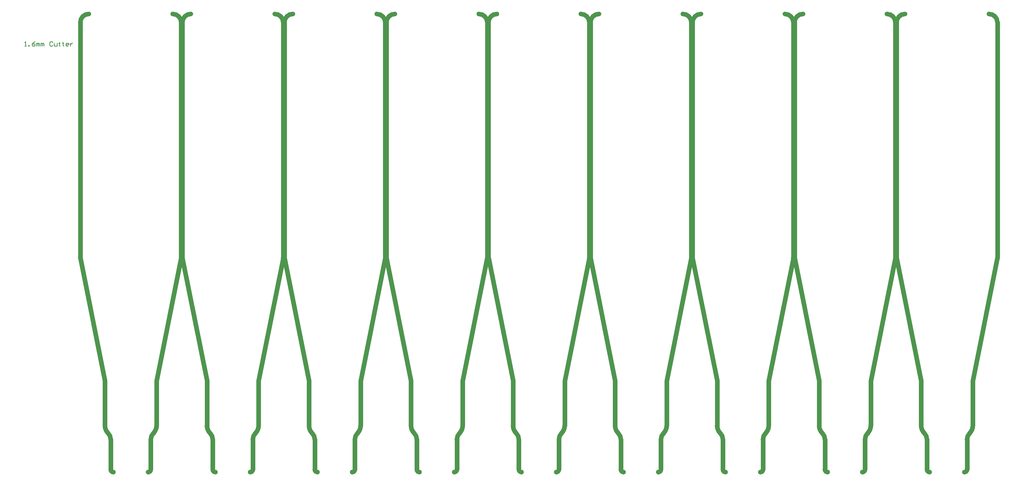
<source format=gbr>
G04 Layer_Color=16776960*
%FSLAX25Y25*%
%MOIN*%
%TF.FileFunction,Other,Mechanical_30*%
%TF.Part,CustomerPanel*%
G01*
G75*
%TA.AperFunction,NonConductor*%
%ADD143C,0.01000*%
%ADD151C,0.06299*%
%ADD152C,0.06299*%
D143*
X-78740Y590551D02*
X-76741D01*
X-77741D01*
Y596549D01*
X-78740Y595550D01*
X-73742Y590551D02*
Y591551D01*
X-72742D01*
Y590551D01*
X-73742D01*
X-64745Y596549D02*
X-66744Y595550D01*
X-68743Y593550D01*
Y591551D01*
X-67744Y590551D01*
X-65744D01*
X-64745Y591551D01*
Y592551D01*
X-65744Y593550D01*
X-68743D01*
X-62745Y590551D02*
Y594550D01*
X-61746D01*
X-60746Y593550D01*
Y590551D01*
Y593550D01*
X-59746Y594550D01*
X-58747Y593550D01*
Y590551D01*
X-56747D02*
Y594550D01*
X-55748D01*
X-54748Y593550D01*
Y590551D01*
Y593550D01*
X-53748Y594550D01*
X-52749Y593550D01*
Y590551D01*
X-40752Y595550D02*
X-41752Y596549D01*
X-43751D01*
X-44751Y595550D01*
Y591551D01*
X-43751Y590551D01*
X-41752D01*
X-40752Y591551D01*
X-38753Y594550D02*
Y591551D01*
X-37753Y590551D01*
X-34754D01*
Y594550D01*
X-31755Y595550D02*
Y594550D01*
X-32755D01*
X-30756D01*
X-31755D01*
Y591551D01*
X-30756Y590551D01*
X-26757Y595550D02*
Y594550D01*
X-27757D01*
X-25757D01*
X-26757D01*
Y591551D01*
X-25757Y590551D01*
X-19759D02*
X-21759D01*
X-22758Y591551D01*
Y593550D01*
X-21759Y594550D01*
X-19759D01*
X-18760Y593550D01*
Y592551D01*
X-22758D01*
X-16760Y594550D02*
Y590551D01*
Y592551D01*
X-15761Y593550D01*
X-14761Y594550D01*
X-13761D01*
D151*
X134074Y622549D02*
G03*
X122549Y634074I-11525J-0D01*
G01*
X134003Y301753D02*
G03*
X134003Y301754I-3088J618D01*
G01*
X134003D02*
G03*
X134074Y302470I-3580J716D01*
G01*
X134003Y301753D02*
G03*
X134003Y301754I-3580J717D01*
G01*
X134001Y301745D02*
G03*
X134003Y301753I-3579J725D01*
G01*
X100609Y74140D02*
G03*
X100609Y74142I-3150J-8D01*
G01*
X100609Y74132D02*
G03*
X100609Y74140I-3150J0D01*
G01*
X100609Y74145D02*
G03*
X100609Y74157I-3150J-13D01*
G01*
X100609Y74142D02*
G03*
X100609Y74145I-3150J-10D01*
G01*
X100609Y74140D02*
G03*
X100609Y74142I-3150J-8D01*
G01*
X100609Y74132D02*
G03*
X100609Y74140I-3150J0D01*
G01*
X100609Y74145D02*
G03*
X100609Y74155I-3651J-13D01*
G01*
X100609Y74142D02*
G03*
X100609Y74145I-3651J-10D01*
G01*
X100609Y74140D02*
G03*
X100609Y74142I-3651J-9D01*
G01*
X100609Y74132D02*
G03*
X100609Y74140I-3651J0D01*
G01*
X100609Y74145D02*
G03*
X100609Y74157I-3150J-13D01*
G01*
X100609Y74142D02*
G03*
X100609Y74145I-3150J-10D01*
G01*
X100609Y74140D02*
G03*
X100609Y74142I-3150J-8D01*
G01*
X100609Y74132D02*
G03*
X100609Y74140I-3150J0D01*
G01*
X100609Y74157D02*
G03*
X100609Y74158I-3150J-22D01*
G01*
X100609Y74155D02*
G03*
X100609Y74157I-3150J-20D01*
G01*
X100609Y74145D02*
G03*
X100609Y74155I-3150J-10D01*
G01*
X96201Y63478D02*
G03*
X100609Y74132I-10668J10654D01*
G01*
X96198Y63476D02*
G03*
X96201Y63478I-10666J10656D01*
G01*
X96196Y63474D02*
G03*
X96198Y63476I-10664J10658D01*
G01*
X100609Y74157D02*
G03*
X100609Y74158I-3150J-22D01*
G01*
X100609Y74155D02*
G03*
X100609Y74157I-3150J-20D01*
G01*
X96200Y63477D02*
G03*
X96201Y63478I-2231J2223D01*
G01*
X96198Y63476D02*
G03*
X96200Y63477I-2230J2225D01*
G01*
X96196Y63474D02*
G03*
X96198Y63476I-2228J2227D01*
G01*
X96200Y63477D02*
G03*
X96201Y63478I-2233J2221D01*
G01*
X96198Y63476D02*
G03*
X96200Y63477I-2232J2222D01*
G01*
X96193Y63471D02*
G03*
X96198Y63476I-2227J2227D01*
G01*
X96200Y63477D02*
G03*
X96201Y63478I-2233J2221D01*
G01*
X96198Y63476D02*
G03*
X96200Y63477I-2232J2222D01*
G01*
X96193Y63471D02*
G03*
X96198Y63476I-2227J2227D01*
G01*
X96188Y63466D02*
G03*
X96193Y63471I-2222J2232D01*
G01*
X96201Y63478D02*
G03*
X96210Y63488I-2589J2575D01*
G01*
X96198Y63476D02*
G03*
X96201Y63478I-2587J2577D01*
G01*
X96193Y63471D02*
G03*
X96198Y63476I-2582J2582D01*
G01*
X96193Y63471D02*
G03*
X96198Y63476I-2227J2227D01*
G01*
X96188Y63466D02*
G03*
X96193Y63471I-2222J2232D01*
G01*
X96188Y63466D02*
G03*
X96193Y63471I-2222J2232D01*
G01*
X96194Y63471D02*
G03*
X96196Y63474I-10661J10661D01*
G01*
X96188Y63466D02*
G03*
X92735Y55122I8354J-8344D01*
G01*
X96193Y63471D02*
G03*
X96188Y63466I8349J-8349D01*
G01*
X89084Y10630D02*
G03*
X92735Y14281I0J3651D01*
G01*
X8376Y634074D02*
G03*
X-3150Y622549I0J-11525D01*
G01*
X-3079Y302148D02*
G03*
X-3078Y302146I3089J617D01*
G01*
X-3078D02*
G03*
X-3077Y302138I3580J717D01*
G01*
X-3079Y302148D02*
G03*
X-3078Y302146I3580J716D01*
G01*
X-3150Y302864D02*
G03*
X-3079Y302148I3651J0D01*
G01*
X38189Y14281D02*
G03*
X41840Y10630I3651J0D01*
G01*
X30315Y73833D02*
G03*
X30326Y73544I3651J0D01*
G01*
X34724Y63478D02*
G03*
X34728Y63474I10668J10654D01*
G01*
X30326Y73544D02*
G03*
X34724Y63478I15065J587D01*
G01*
X34736Y63466D02*
G03*
X34731Y63471I-8354J-8344D01*
G01*
X38189Y55122D02*
G03*
X34736Y63466I-11807J0D01*
G01*
X34724Y63478D02*
G03*
X34731Y63471I2589J2575D01*
G01*
X34714Y63488D02*
G03*
X34724Y63478I2598J2565D01*
G01*
X34731Y63471D02*
G03*
X34736Y63466I2227J2227D01*
G01*
X134074Y622549D02*
Y622549D01*
Y302470D02*
Y622549D01*
X134003Y301753D02*
X134003Y301754D01*
X134003Y301753D02*
X134003Y301754D01*
X100609Y134786D02*
X134003Y301753D01*
X100609Y74140D02*
Y134786D01*
Y74140D02*
Y74140D01*
Y74133D02*
Y74140D01*
X100609Y74145D02*
X100609Y74142D01*
X96198Y63476D02*
X96201Y63478D01*
X92735Y14281D02*
Y55122D01*
X-3078Y302146D02*
X30315Y135179D01*
Y73833D02*
Y135179D01*
X-3150Y622549D02*
Y622549D01*
Y302864D02*
Y622549D01*
X-3079Y302148D02*
X-3078Y302146D01*
X-3079Y302148D02*
X-3078Y302146D01*
X38189Y14281D02*
Y55122D01*
X272872Y622549D02*
G03*
X261347Y634074I-11525J-0D01*
G01*
X272801Y301753D02*
G03*
X272801Y301754I-3088J618D01*
G01*
X272801D02*
G03*
X272872Y302470I-3580J716D01*
G01*
X272801Y301753D02*
G03*
X272801Y301754I-3580J717D01*
G01*
X272799Y301745D02*
G03*
X272801Y301753I-3579J725D01*
G01*
X239408Y74140D02*
G03*
X239408Y74142I-3150J-8D01*
G01*
X239408Y74132D02*
G03*
X239408Y74140I-3150J0D01*
G01*
X239408Y74145D02*
G03*
X239408Y74157I-3150J-13D01*
G01*
X239408Y74142D02*
G03*
X239408Y74145I-3150J-10D01*
G01*
X239408Y74140D02*
G03*
X239408Y74142I-3150J-8D01*
G01*
X239408Y74132D02*
G03*
X239408Y74140I-3150J0D01*
G01*
X239408Y74145D02*
G03*
X239408Y74155I-3651J-13D01*
G01*
X239408Y74142D02*
G03*
X239408Y74145I-3651J-10D01*
G01*
X239408Y74140D02*
G03*
X239408Y74142I-3651J-9D01*
G01*
X239408Y74132D02*
G03*
X239408Y74140I-3651J0D01*
G01*
X239408Y74145D02*
G03*
X239408Y74157I-3150J-13D01*
G01*
X239408Y74142D02*
G03*
X239408Y74145I-3150J-10D01*
G01*
X239408Y74140D02*
G03*
X239408Y74142I-3150J-8D01*
G01*
X239408Y74132D02*
G03*
X239408Y74140I-3150J0D01*
G01*
X239408Y74157D02*
G03*
X239408Y74158I-3150J-22D01*
G01*
X239408Y74155D02*
G03*
X239408Y74157I-3150J-20D01*
G01*
X239408Y74145D02*
G03*
X239408Y74155I-3150J-10D01*
G01*
X234999Y63478D02*
G03*
X239408Y74132I-10668J10654D01*
G01*
X234997Y63476D02*
G03*
X234999Y63478I-10666J10656D01*
G01*
X234995Y63474D02*
G03*
X234997Y63476I-10664J10658D01*
G01*
X239408Y74157D02*
G03*
X239408Y74158I-3150J-22D01*
G01*
X239408Y74155D02*
G03*
X239408Y74157I-3150J-20D01*
G01*
X234998Y63477D02*
G03*
X234999Y63478I-2231J2223D01*
G01*
X234997Y63476D02*
G03*
X234998Y63477I-2230J2225D01*
G01*
X234995Y63474D02*
G03*
X234997Y63476I-2228J2227D01*
G01*
X234998Y63477D02*
G03*
X234999Y63478I-2233J2221D01*
G01*
X234997Y63476D02*
G03*
X234998Y63477I-2232J2222D01*
G01*
X234992Y63471D02*
G03*
X234997Y63476I-2227J2227D01*
G01*
X234998Y63477D02*
G03*
X234999Y63478I-2233J2221D01*
G01*
X234997Y63476D02*
G03*
X234998Y63477I-2232J2222D01*
G01*
X234992Y63471D02*
G03*
X234997Y63476I-2227J2227D01*
G01*
X234987Y63466D02*
G03*
X234992Y63471I-2222J2232D01*
G01*
X234999Y63478D02*
G03*
X235008Y63488I-2589J2575D01*
G01*
X234997Y63476D02*
G03*
X234999Y63478I-2587J2577D01*
G01*
X234992Y63471D02*
G03*
X234997Y63476I-2582J2582D01*
G01*
X234992Y63471D02*
G03*
X234997Y63476I-2227J2227D01*
G01*
X234987Y63466D02*
G03*
X234992Y63471I-2222J2232D01*
G01*
X234987Y63466D02*
G03*
X234992Y63471I-2222J2232D01*
G01*
X234992Y63471D02*
G03*
X234995Y63474I-10661J10661D01*
G01*
X234987Y63466D02*
G03*
X231534Y55122I8354J-8344D01*
G01*
X234992Y63471D02*
G03*
X234987Y63466I8349J-8349D01*
G01*
X227883Y10630D02*
G03*
X231534Y14281I0J3651D01*
G01*
X147174Y634074D02*
G03*
X135649Y622549I0J-11525D01*
G01*
X135720Y302148D02*
G03*
X135720Y302146I3089J617D01*
G01*
X135720D02*
G03*
X135721Y302138I3580J717D01*
G01*
X135720Y302148D02*
G03*
X135720Y302146I3580J716D01*
G01*
X135649Y302864D02*
G03*
X135720Y302148I3651J0D01*
G01*
X176987Y14281D02*
G03*
X180638Y10630I3651J0D01*
G01*
X169113Y73833D02*
G03*
X169125Y73544I3651J0D01*
G01*
X173522Y63478D02*
G03*
X173526Y63474I10668J10654D01*
G01*
X169125Y73544D02*
G03*
X173522Y63478I15065J587D01*
G01*
X173534Y63466D02*
G03*
X173529Y63471I-8354J-8344D01*
G01*
X176987Y55122D02*
G03*
X173534Y63466I-11807J0D01*
G01*
X173522Y63478D02*
G03*
X173529Y63471I2589J2575D01*
G01*
X173512Y63488D02*
G03*
X173522Y63478I2598J2565D01*
G01*
X173529Y63471D02*
G03*
X173534Y63466I2227J2227D01*
G01*
X272872Y622549D02*
Y622549D01*
Y302470D02*
Y622549D01*
X272801Y301753D02*
X272801Y301754D01*
X272801Y301753D02*
X272801Y301754D01*
X239408Y134786D02*
X272801Y301753D01*
X239408Y74140D02*
Y134786D01*
Y74140D02*
Y74140D01*
Y74133D02*
Y74140D01*
X239408Y74145D02*
X239408Y74142D01*
X234997Y63476D02*
X234999Y63478D01*
X231534Y14281D02*
Y55122D01*
X135720Y302146D02*
X169113Y135179D01*
Y73833D02*
Y135179D01*
X135649Y622549D02*
Y622549D01*
Y302864D02*
Y622549D01*
X135720Y302148D02*
X135720Y302146D01*
X135720Y302148D02*
X135720Y302146D01*
X176987Y14281D02*
Y55122D01*
X411670Y622549D02*
G03*
X400145Y634074I-11525J-0D01*
G01*
X411599Y301753D02*
G03*
X411600Y301754I-3088J618D01*
G01*
X411600D02*
G03*
X411670Y302470I-3580J716D01*
G01*
X411599Y301753D02*
G03*
X411600Y301754I-3580J717D01*
G01*
X411598Y301745D02*
G03*
X411599Y301753I-3579J725D01*
G01*
X378206Y74140D02*
G03*
X378206Y74142I-3150J-8D01*
G01*
X378206Y74132D02*
G03*
X378206Y74140I-3150J0D01*
G01*
X378206Y74145D02*
G03*
X378206Y74157I-3150J-13D01*
G01*
X378206Y74142D02*
G03*
X378206Y74145I-3150J-10D01*
G01*
X378206Y74140D02*
G03*
X378206Y74142I-3150J-8D01*
G01*
X378206Y74132D02*
G03*
X378206Y74140I-3150J0D01*
G01*
X378206Y74145D02*
G03*
X378206Y74155I-3651J-13D01*
G01*
X378206Y74142D02*
G03*
X378206Y74145I-3651J-10D01*
G01*
X378206Y74140D02*
G03*
X378206Y74142I-3651J-9D01*
G01*
X378206Y74132D02*
G03*
X378206Y74140I-3651J0D01*
G01*
X378206Y74145D02*
G03*
X378206Y74157I-3150J-13D01*
G01*
X378206Y74142D02*
G03*
X378206Y74145I-3150J-10D01*
G01*
X378206Y74140D02*
G03*
X378206Y74142I-3150J-8D01*
G01*
X378206Y74132D02*
G03*
X378206Y74140I-3150J0D01*
G01*
X378206Y74157D02*
G03*
X378206Y74158I-3150J-22D01*
G01*
X378206Y74155D02*
G03*
X378206Y74157I-3150J-20D01*
G01*
X378206Y74145D02*
G03*
X378206Y74155I-3150J-10D01*
G01*
X373797Y63478D02*
G03*
X378206Y74132I-10668J10654D01*
G01*
X373795Y63476D02*
G03*
X373797Y63478I-10666J10656D01*
G01*
X373793Y63474D02*
G03*
X373795Y63476I-10664J10658D01*
G01*
X378206Y74157D02*
G03*
X378206Y74158I-3150J-22D01*
G01*
X378206Y74155D02*
G03*
X378206Y74157I-3150J-20D01*
G01*
X373796Y63477D02*
G03*
X373797Y63478I-2231J2223D01*
G01*
X373795Y63476D02*
G03*
X373796Y63477I-2230J2225D01*
G01*
X373793Y63474D02*
G03*
X373795Y63476I-2228J2227D01*
G01*
X373796Y63477D02*
G03*
X373797Y63478I-2233J2221D01*
G01*
X373795Y63476D02*
G03*
X373796Y63477I-2232J2222D01*
G01*
X373790Y63471D02*
G03*
X373795Y63476I-2227J2227D01*
G01*
X373796Y63477D02*
G03*
X373797Y63478I-2233J2221D01*
G01*
X373795Y63476D02*
G03*
X373796Y63477I-2232J2222D01*
G01*
X373790Y63471D02*
G03*
X373795Y63476I-2227J2227D01*
G01*
X373785Y63466D02*
G03*
X373790Y63471I-2222J2232D01*
G01*
X373797Y63478D02*
G03*
X373807Y63488I-2589J2575D01*
G01*
X373795Y63476D02*
G03*
X373797Y63478I-2587J2577D01*
G01*
X373790Y63471D02*
G03*
X373795Y63476I-2582J2582D01*
G01*
X373790Y63471D02*
G03*
X373795Y63476I-2227J2227D01*
G01*
X373785Y63466D02*
G03*
X373790Y63471I-2222J2232D01*
G01*
X373785Y63466D02*
G03*
X373790Y63471I-2222J2232D01*
G01*
X373790Y63471D02*
G03*
X373793Y63474I-10661J10661D01*
G01*
X373785Y63466D02*
G03*
X370332Y55122I8354J-8344D01*
G01*
X373790Y63471D02*
G03*
X373785Y63466I8349J-8349D01*
G01*
X366681Y10630D02*
G03*
X370332Y14281I0J3651D01*
G01*
X285972Y634074D02*
G03*
X274447Y622549I0J-11525D01*
G01*
X274518Y302148D02*
G03*
X274518Y302146I3089J617D01*
G01*
X274518D02*
G03*
X274520Y302138I3580J717D01*
G01*
X274518Y302148D02*
G03*
X274518Y302146I3580J716D01*
G01*
X274447Y302864D02*
G03*
X274518Y302148I3651J0D01*
G01*
X315785Y14281D02*
G03*
X319437Y10630I3651J0D01*
G01*
X307911Y73833D02*
G03*
X307923Y73544I3651J0D01*
G01*
X312320Y63478D02*
G03*
X312324Y63474I10668J10654D01*
G01*
X307923Y73544D02*
G03*
X312320Y63478I15065J587D01*
G01*
X312332Y63466D02*
G03*
X312327Y63471I-8354J-8344D01*
G01*
X315785Y55122D02*
G03*
X312332Y63466I-11807J0D01*
G01*
X312320Y63478D02*
G03*
X312327Y63471I2589J2575D01*
G01*
X312311Y63488D02*
G03*
X312320Y63478I2598J2565D01*
G01*
X312327Y63471D02*
G03*
X312332Y63466I2227J2227D01*
G01*
X411670Y622549D02*
Y622549D01*
Y302470D02*
Y622549D01*
X411599Y301753D02*
X411600Y301754D01*
X411599Y301753D02*
X411600Y301754D01*
X378206Y134786D02*
X411599Y301753D01*
X378206Y74140D02*
Y134786D01*
Y74140D02*
Y74140D01*
Y74133D02*
Y74140D01*
X378206Y74145D02*
X378206Y74142D01*
X373795Y63476D02*
X373797Y63478D01*
X370332Y14281D02*
Y55122D01*
X274518Y302146D02*
X307911Y135179D01*
Y73833D02*
Y135179D01*
X274447Y622549D02*
Y622549D01*
Y302864D02*
Y622549D01*
X274518Y302148D02*
X274518Y302146D01*
X274518Y302148D02*
X274518Y302146D01*
X315785Y14281D02*
Y55122D01*
X550469Y622549D02*
G03*
X538944Y634074I-11525J-0D01*
G01*
X550398Y301753D02*
G03*
X550398Y301754I-3088J618D01*
G01*
X550398D02*
G03*
X550469Y302470I-3580J716D01*
G01*
X550398Y301753D02*
G03*
X550398Y301754I-3580J717D01*
G01*
X550396Y301745D02*
G03*
X550398Y301753I-3579J725D01*
G01*
X517004Y74140D02*
G03*
X517004Y74142I-3150J-8D01*
G01*
X517004Y74132D02*
G03*
X517004Y74140I-3150J0D01*
G01*
X517004Y74145D02*
G03*
X517004Y74157I-3150J-13D01*
G01*
X517004Y74142D02*
G03*
X517004Y74145I-3150J-10D01*
G01*
X517004Y74140D02*
G03*
X517004Y74142I-3150J-8D01*
G01*
X517004Y74132D02*
G03*
X517004Y74140I-3150J0D01*
G01*
X517004Y74145D02*
G03*
X517004Y74155I-3651J-13D01*
G01*
X517004Y74142D02*
G03*
X517004Y74145I-3651J-10D01*
G01*
X517004Y74140D02*
G03*
X517004Y74142I-3651J-9D01*
G01*
X517004Y74132D02*
G03*
X517004Y74140I-3651J0D01*
G01*
X517004Y74145D02*
G03*
X517004Y74157I-3150J-13D01*
G01*
X517004Y74142D02*
G03*
X517004Y74145I-3150J-10D01*
G01*
X517004Y74140D02*
G03*
X517004Y74142I-3150J-8D01*
G01*
X517004Y74132D02*
G03*
X517004Y74140I-3150J0D01*
G01*
X517004Y74157D02*
G03*
X517004Y74158I-3150J-22D01*
G01*
X517004Y74155D02*
G03*
X517004Y74157I-3150J-20D01*
G01*
X517004Y74145D02*
G03*
X517004Y74155I-3150J-10D01*
G01*
X512596Y63478D02*
G03*
X517004Y74132I-10668J10654D01*
G01*
X512595Y63478D02*
G03*
X512596Y63478I-10668J10654D01*
G01*
X512593Y63476D02*
G03*
X512595Y63478I-10666J10656D01*
G01*
X512591Y63474D02*
G03*
X512593Y63476I-10664J10658D01*
G01*
X517004Y74157D02*
G03*
X517004Y74158I-3150J-22D01*
G01*
X517004Y74155D02*
G03*
X517004Y74157I-3150J-20D01*
G01*
X512594Y63477D02*
G03*
X512596Y63478I-2231J2223D01*
G01*
X512593Y63476D02*
G03*
X512594Y63477I-2230J2225D01*
G01*
X512591Y63474D02*
G03*
X512593Y63476I-2228J2227D01*
G01*
X512594Y63477D02*
G03*
X512596Y63478I-2233J2221D01*
G01*
X512593Y63476D02*
G03*
X512594Y63477I-2232J2222D01*
G01*
X512588Y63471D02*
G03*
X512593Y63476I-2227J2227D01*
G01*
X512594Y63477D02*
G03*
X512596Y63478I-2233J2221D01*
G01*
X512593Y63476D02*
G03*
X512594Y63477I-2232J2222D01*
G01*
X512588Y63471D02*
G03*
X512593Y63476I-2227J2227D01*
G01*
X512583Y63466D02*
G03*
X512588Y63471I-2222J2232D01*
G01*
X512596Y63478D02*
G03*
X512605Y63488I-2589J2575D01*
G01*
X512595Y63478D02*
G03*
X512596Y63478I-2589J2575D01*
G01*
X512593Y63476D02*
G03*
X512595Y63478I-2587J2577D01*
G01*
X512588Y63471D02*
G03*
X512593Y63476I-2582J2582D01*
G01*
X512588Y63471D02*
G03*
X512593Y63476I-2227J2227D01*
G01*
X512583Y63466D02*
G03*
X512588Y63471I-2222J2232D01*
G01*
X512583Y63466D02*
G03*
X512588Y63471I-2222J2232D01*
G01*
X512588Y63471D02*
G03*
X512591Y63474I-10661J10661D01*
G01*
X512583Y63466D02*
G03*
X509130Y55122I8354J-8344D01*
G01*
X512588Y63471D02*
G03*
X512583Y63466I8349J-8349D01*
G01*
X505479Y10630D02*
G03*
X509130Y14281I0J3651D01*
G01*
X424770Y634074D02*
G03*
X413245Y622549I0J-11525D01*
G01*
X413316Y302148D02*
G03*
X413316Y302146I3089J617D01*
G01*
X413316D02*
G03*
X413318Y302138I3580J717D01*
G01*
X413316Y302148D02*
G03*
X413316Y302146I3580J716D01*
G01*
X413245Y302864D02*
G03*
X413316Y302148I3651J0D01*
G01*
X454584Y14281D02*
G03*
X458235Y10630I3651J0D01*
G01*
X446710Y73833D02*
G03*
X446721Y73544I3651J0D01*
G01*
X451119Y63478D02*
G03*
X451123Y63474I10668J10654D01*
G01*
X446721Y73544D02*
G03*
X451119Y63478I15065J587D01*
G01*
X451131Y63466D02*
G03*
X451126Y63471I-8354J-8344D01*
G01*
X454584Y55122D02*
G03*
X451131Y63466I-11807J0D01*
G01*
X451119Y63478D02*
G03*
X451126Y63471I2589J2575D01*
G01*
X451109Y63488D02*
G03*
X451119Y63478I2598J2565D01*
G01*
X451126Y63471D02*
G03*
X451131Y63466I2227J2227D01*
G01*
X550469Y622549D02*
Y622549D01*
Y302470D02*
Y622549D01*
X550398Y301753D02*
X550398Y301754D01*
X550398Y301753D02*
X550398Y301754D01*
X517004Y134786D02*
X550398Y301753D01*
X517004Y74140D02*
Y134786D01*
Y74140D02*
Y74140D01*
Y74133D02*
Y74140D01*
X517004Y74145D02*
X517004Y74142D01*
X512593Y63476D02*
X512596Y63478D01*
X509130Y14281D02*
Y55122D01*
X413316Y302146D02*
X446710Y135179D01*
Y73833D02*
Y135179D01*
X413245Y622549D02*
Y622549D01*
Y302864D02*
Y622549D01*
X413316Y302148D02*
X413316Y302146D01*
X413316Y302148D02*
X413316Y302146D01*
X454584Y14281D02*
Y55122D01*
X689267Y622549D02*
G03*
X677742Y634074I-11525J-0D01*
G01*
X689196Y301753D02*
G03*
X689196Y301754I-3088J618D01*
G01*
X689196D02*
G03*
X689267Y302470I-3580J716D01*
G01*
X689196Y301753D02*
G03*
X689196Y301754I-3580J717D01*
G01*
X689194Y301745D02*
G03*
X689196Y301753I-3579J725D01*
G01*
X655802Y74140D02*
G03*
X655802Y74142I-3150J-8D01*
G01*
X655802Y74132D02*
G03*
X655802Y74140I-3150J0D01*
G01*
X655802Y74145D02*
G03*
X655802Y74157I-3150J-13D01*
G01*
X655802Y74142D02*
G03*
X655802Y74145I-3150J-10D01*
G01*
X655802Y74140D02*
G03*
X655802Y74142I-3150J-8D01*
G01*
X655802Y74132D02*
G03*
X655802Y74140I-3150J0D01*
G01*
X655802Y74145D02*
G03*
X655802Y74155I-3651J-13D01*
G01*
X655802Y74142D02*
G03*
X655802Y74145I-3651J-10D01*
G01*
X655802Y74140D02*
G03*
X655802Y74142I-3651J-9D01*
G01*
X655802Y74132D02*
G03*
X655802Y74140I-3651J0D01*
G01*
X655802Y74145D02*
G03*
X655802Y74157I-3150J-13D01*
G01*
X655802Y74142D02*
G03*
X655802Y74145I-3150J-10D01*
G01*
X655802Y74140D02*
G03*
X655802Y74142I-3150J-8D01*
G01*
X655802Y74132D02*
G03*
X655802Y74140I-3150J0D01*
G01*
X655802Y74157D02*
G03*
X655802Y74158I-3150J-22D01*
G01*
X655802Y74155D02*
G03*
X655802Y74157I-3150J-20D01*
G01*
X655802Y74145D02*
G03*
X655802Y74155I-3150J-10D01*
G01*
X651394Y63478D02*
G03*
X655802Y74132I-10668J10654D01*
G01*
X651392Y63476D02*
G03*
X651394Y63478I-10666J10656D01*
G01*
X651390Y63474D02*
G03*
X651392Y63476I-10664J10658D01*
G01*
X655802Y74157D02*
G03*
X655802Y74158I-3150J-22D01*
G01*
X655802Y74155D02*
G03*
X655802Y74157I-3150J-20D01*
G01*
X651393Y63477D02*
G03*
X651394Y63478I-2231J2223D01*
G01*
X651392Y63476D02*
G03*
X651393Y63477I-2230J2225D01*
G01*
X651390Y63474D02*
G03*
X651392Y63476I-2228J2227D01*
G01*
X651393Y63477D02*
G03*
X651394Y63478I-2233J2221D01*
G01*
X651392Y63476D02*
G03*
X651393Y63477I-2232J2222D01*
G01*
X651387Y63471D02*
G03*
X651392Y63476I-2227J2227D01*
G01*
X651393Y63477D02*
G03*
X651394Y63478I-2233J2221D01*
G01*
X651392Y63476D02*
G03*
X651393Y63477I-2232J2222D01*
G01*
X651387Y63471D02*
G03*
X651392Y63476I-2227J2227D01*
G01*
X651382Y63466D02*
G03*
X651387Y63471I-2222J2232D01*
G01*
X651394Y63478D02*
G03*
X651403Y63488I-2589J2575D01*
G01*
X651392Y63476D02*
G03*
X651394Y63478I-2587J2577D01*
G01*
X651387Y63471D02*
G03*
X651392Y63476I-2582J2582D01*
G01*
X651387Y63471D02*
G03*
X651392Y63476I-2227J2227D01*
G01*
X651382Y63466D02*
G03*
X651387Y63471I-2222J2232D01*
G01*
X651382Y63466D02*
G03*
X651387Y63471I-2222J2232D01*
G01*
X651387Y63471D02*
G03*
X651390Y63474I-10661J10661D01*
G01*
X651382Y63466D02*
G03*
X647928Y55122I8354J-8344D01*
G01*
X651387Y63471D02*
G03*
X651382Y63466I8349J-8349D01*
G01*
X644277Y10630D02*
G03*
X647928Y14281I0J3651D01*
G01*
X563569Y634074D02*
G03*
X552043Y622549I0J-11525D01*
G01*
X552114Y302148D02*
G03*
X552115Y302146I3089J617D01*
G01*
X552115D02*
G03*
X552116Y302138I3580J717D01*
G01*
X552114Y302148D02*
G03*
X552115Y302146I3580J716D01*
G01*
X552043Y302864D02*
G03*
X552114Y302148I3651J0D01*
G01*
X593382Y14281D02*
G03*
X597033Y10630I3651J0D01*
G01*
X585508Y73833D02*
G03*
X585519Y73544I3651J0D01*
G01*
X589917Y63478D02*
G03*
X589921Y63474I10668J10654D01*
G01*
X585519Y73544D02*
G03*
X589917Y63478I15065J587D01*
G01*
X589929Y63466D02*
G03*
X589924Y63471I-8354J-8344D01*
G01*
X593382Y55122D02*
G03*
X589929Y63466I-11807J0D01*
G01*
X589917Y63478D02*
G03*
X589924Y63471I2589J2575D01*
G01*
X589907Y63488D02*
G03*
X589917Y63478I2598J2565D01*
G01*
X589924Y63471D02*
G03*
X589929Y63466I2227J2227D01*
G01*
X689267Y622549D02*
Y622549D01*
Y302470D02*
Y622549D01*
X689196Y301753D02*
X689196Y301754D01*
X689196Y301753D02*
X689196Y301754D01*
X655802Y134786D02*
X689196Y301753D01*
X655802Y74140D02*
Y134786D01*
Y74140D02*
Y74140D01*
Y74133D02*
Y74140D01*
X655802Y74145D02*
X655802Y74142D01*
X651392Y63476D02*
X651394Y63478D01*
X647928Y14281D02*
Y55122D01*
X552115Y302146D02*
X585508Y135179D01*
Y73833D02*
Y135179D01*
X552043Y622549D02*
Y622549D01*
Y302864D02*
Y622549D01*
X552114Y302148D02*
X552115Y302146D01*
X552114Y302148D02*
X552115Y302146D01*
X593382Y14281D02*
Y55122D01*
X828065Y622549D02*
G03*
X816540Y634074I-11525J-0D01*
G01*
X827994Y301753D02*
G03*
X827994Y301754I-3088J618D01*
G01*
X827995D02*
G03*
X828065Y302470I-3580J716D01*
G01*
X827994Y301753D02*
G03*
X827995Y301754I-3580J717D01*
G01*
X827993Y301745D02*
G03*
X827994Y301753I-3579J725D01*
G01*
X794601Y74140D02*
G03*
X794601Y74142I-3150J-8D01*
G01*
X794601Y74132D02*
G03*
X794601Y74140I-3150J0D01*
G01*
X794601Y74145D02*
G03*
X794601Y74157I-3150J-13D01*
G01*
X794601Y74142D02*
G03*
X794601Y74145I-3150J-10D01*
G01*
X794601Y74140D02*
G03*
X794601Y74142I-3150J-8D01*
G01*
X794601Y74132D02*
G03*
X794601Y74140I-3150J0D01*
G01*
X794601Y74145D02*
G03*
X794601Y74155I-3651J-13D01*
G01*
X794601Y74142D02*
G03*
X794601Y74145I-3651J-10D01*
G01*
X794601Y74140D02*
G03*
X794601Y74142I-3651J-9D01*
G01*
X794601Y74132D02*
G03*
X794601Y74140I-3651J0D01*
G01*
X794601Y74145D02*
G03*
X794601Y74157I-3150J-13D01*
G01*
X794601Y74142D02*
G03*
X794601Y74145I-3150J-10D01*
G01*
X794601Y74140D02*
G03*
X794601Y74142I-3150J-8D01*
G01*
X794601Y74132D02*
G03*
X794601Y74140I-3150J0D01*
G01*
X794601Y74157D02*
G03*
X794601Y74158I-3150J-22D01*
G01*
X794601Y74155D02*
G03*
X794601Y74157I-3150J-20D01*
G01*
X794601Y74145D02*
G03*
X794601Y74155I-3150J-10D01*
G01*
X790192Y63478D02*
G03*
X794601Y74132I-10668J10654D01*
G01*
X790190Y63476D02*
G03*
X790192Y63478I-10666J10656D01*
G01*
X790188Y63474D02*
G03*
X790190Y63476I-10664J10658D01*
G01*
X794601Y74157D02*
G03*
X794601Y74158I-3150J-22D01*
G01*
X794601Y74155D02*
G03*
X794601Y74157I-3150J-20D01*
G01*
X790191Y63477D02*
G03*
X790192Y63478I-2231J2223D01*
G01*
X790190Y63476D02*
G03*
X790191Y63477I-2230J2225D01*
G01*
X790188Y63474D02*
G03*
X790190Y63476I-2228J2227D01*
G01*
X790191Y63477D02*
G03*
X790192Y63478I-2233J2221D01*
G01*
X790190Y63476D02*
G03*
X790191Y63477I-2232J2222D01*
G01*
X790185Y63471D02*
G03*
X790190Y63476I-2227J2227D01*
G01*
X790191Y63477D02*
G03*
X790192Y63478I-2233J2221D01*
G01*
X790190Y63476D02*
G03*
X790191Y63477I-2232J2222D01*
G01*
X790185Y63471D02*
G03*
X790190Y63476I-2227J2227D01*
G01*
X790180Y63466D02*
G03*
X790185Y63471I-2222J2232D01*
G01*
X790192Y63478D02*
G03*
X790202Y63488I-2589J2575D01*
G01*
X790190Y63476D02*
G03*
X790192Y63478I-2587J2577D01*
G01*
X790185Y63471D02*
G03*
X790190Y63476I-2582J2582D01*
G01*
X790185Y63471D02*
G03*
X790190Y63476I-2227J2227D01*
G01*
X790180Y63466D02*
G03*
X790185Y63471I-2222J2232D01*
G01*
X790180Y63466D02*
G03*
X790185Y63471I-2222J2232D01*
G01*
X790185Y63471D02*
G03*
X790188Y63474I-10661J10661D01*
G01*
X790180Y63466D02*
G03*
X786727Y55122I8354J-8344D01*
G01*
X790185Y63471D02*
G03*
X790180Y63466I8349J-8349D01*
G01*
X783076Y10630D02*
G03*
X786727Y14281I0J3651D01*
G01*
X702367Y634074D02*
G03*
X690842Y622549I0J-11525D01*
G01*
X690913Y302148D02*
G03*
X690913Y302146I3089J617D01*
G01*
X690913D02*
G03*
X690914Y302138I3580J717D01*
G01*
X690913Y302148D02*
G03*
X690913Y302146I3580J716D01*
G01*
X690842Y302864D02*
G03*
X690913Y302148I3651J0D01*
G01*
X732180Y14281D02*
G03*
X735831Y10630I3651J0D01*
G01*
X724306Y73833D02*
G03*
X724318Y73544I3651J0D01*
G01*
X728715Y63478D02*
G03*
X728719Y63474I10668J10654D01*
G01*
X724318Y73544D02*
G03*
X728715Y63478I15065J587D01*
G01*
X728727Y63466D02*
G03*
X728722Y63471I-8354J-8344D01*
G01*
X732180Y55122D02*
G03*
X728727Y63466I-11807J0D01*
G01*
X728715Y63478D02*
G03*
X728722Y63471I2589J2575D01*
G01*
X728706Y63488D02*
G03*
X728715Y63478I2598J2565D01*
G01*
X728722Y63471D02*
G03*
X728727Y63466I2227J2227D01*
G01*
X828065Y622549D02*
Y622549D01*
Y302470D02*
Y622549D01*
X827994Y301753D02*
X827994Y301754D01*
X827994Y301753D02*
X827994Y301754D01*
X794601Y134786D02*
X827994Y301753D01*
X794601Y74140D02*
Y134786D01*
Y74140D02*
Y74140D01*
Y74133D02*
Y74140D01*
X794601Y74145D02*
X794601Y74142D01*
X790190Y63476D02*
X790192Y63478D01*
X786727Y14281D02*
Y55122D01*
X690913Y302146D02*
X724306Y135179D01*
Y73833D02*
Y135179D01*
X690842Y622549D02*
Y622549D01*
Y302864D02*
Y622549D01*
X690913Y302148D02*
X690913Y302146D01*
X690913Y302148D02*
X690913Y302146D01*
X732180Y14281D02*
Y55122D01*
X966864Y622549D02*
G03*
X955338Y634074I-11525J-0D01*
G01*
X966792Y301753D02*
G03*
X966793Y301754I-3088J618D01*
G01*
X966793D02*
G03*
X966864Y302470I-3580J716D01*
G01*
X966792Y301753D02*
G03*
X966793Y301754I-3580J717D01*
G01*
X966791Y301745D02*
G03*
X966792Y301753I-3579J725D01*
G01*
X933399Y74140D02*
G03*
X933399Y74142I-3150J-8D01*
G01*
X933399Y74132D02*
G03*
X933399Y74140I-3150J0D01*
G01*
X933399Y74145D02*
G03*
X933399Y74157I-3150J-13D01*
G01*
X933399Y74142D02*
G03*
X933399Y74145I-3150J-10D01*
G01*
X933399Y74140D02*
G03*
X933399Y74142I-3150J-8D01*
G01*
X933399Y74132D02*
G03*
X933399Y74140I-3150J0D01*
G01*
X933399Y74145D02*
G03*
X933399Y74155I-3651J-13D01*
G01*
X933399Y74142D02*
G03*
X933399Y74145I-3651J-10D01*
G01*
X933399Y74140D02*
G03*
X933399Y74142I-3651J-9D01*
G01*
X933399Y74132D02*
G03*
X933399Y74140I-3651J0D01*
G01*
X933399Y74145D02*
G03*
X933399Y74157I-3150J-13D01*
G01*
X933399Y74142D02*
G03*
X933399Y74145I-3150J-10D01*
G01*
X933399Y74140D02*
G03*
X933399Y74142I-3150J-8D01*
G01*
X933399Y74132D02*
G03*
X933399Y74140I-3150J0D01*
G01*
X933399Y74157D02*
G03*
X933399Y74158I-3150J-22D01*
G01*
X933399Y74155D02*
G03*
X933399Y74157I-3150J-20D01*
G01*
X933399Y74145D02*
G03*
X933399Y74155I-3150J-10D01*
G01*
X928990Y63478D02*
G03*
X933399Y74132I-10668J10654D01*
G01*
X928988Y63476D02*
G03*
X928990Y63478I-10666J10656D01*
G01*
X928986Y63474D02*
G03*
X928988Y63476I-10664J10658D01*
G01*
X933399Y74157D02*
G03*
X933399Y74158I-3150J-22D01*
G01*
X933399Y74155D02*
G03*
X933399Y74157I-3150J-20D01*
G01*
X928989Y63477D02*
G03*
X928990Y63478I-2231J2223D01*
G01*
X928988Y63476D02*
G03*
X928989Y63477I-2230J2225D01*
G01*
X928986Y63474D02*
G03*
X928988Y63476I-2228J2227D01*
G01*
X928989Y63477D02*
G03*
X928990Y63478I-2233J2221D01*
G01*
X928988Y63476D02*
G03*
X928989Y63477I-2232J2222D01*
G01*
X928983Y63471D02*
G03*
X928988Y63476I-2227J2227D01*
G01*
X928989Y63477D02*
G03*
X928990Y63478I-2233J2221D01*
G01*
X928988Y63476D02*
G03*
X928989Y63477I-2232J2222D01*
G01*
X928983Y63471D02*
G03*
X928988Y63476I-2227J2227D01*
G01*
X928978Y63466D02*
G03*
X928983Y63471I-2222J2232D01*
G01*
X928990Y63478D02*
G03*
X929000Y63488I-2589J2575D01*
G01*
X928988Y63476D02*
G03*
X928990Y63478I-2587J2577D01*
G01*
X928983Y63471D02*
G03*
X928988Y63476I-2582J2582D01*
G01*
X928983Y63471D02*
G03*
X928988Y63476I-2227J2227D01*
G01*
X928978Y63466D02*
G03*
X928983Y63471I-2222J2232D01*
G01*
X928978Y63466D02*
G03*
X928983Y63471I-2222J2232D01*
G01*
X928983Y63471D02*
G03*
X928986Y63474I-10661J10661D01*
G01*
X928978Y63466D02*
G03*
X925525Y55122I8354J-8344D01*
G01*
X928983Y63471D02*
G03*
X928978Y63466I8349J-8349D01*
G01*
X921874Y10630D02*
G03*
X925525Y14281I0J3651D01*
G01*
X841165Y634074D02*
G03*
X829640Y622549I0J-11525D01*
G01*
X829711Y302148D02*
G03*
X829711Y302146I3089J617D01*
G01*
X829711D02*
G03*
X829713Y302138I3580J717D01*
G01*
X829711Y302148D02*
G03*
X829711Y302146I3580J716D01*
G01*
X829640Y302864D02*
G03*
X829711Y302148I3651J0D01*
G01*
X870979Y14281D02*
G03*
X874630Y10630I3651J0D01*
G01*
X863105Y73833D02*
G03*
X863116Y73544I3651J0D01*
G01*
X867513Y63478D02*
G03*
X867517Y63474I10668J10654D01*
G01*
X863116Y73544D02*
G03*
X867513Y63478I15065J587D01*
G01*
X867525Y63466D02*
G03*
X867520Y63471I-8354J-8344D01*
G01*
X870979Y55122D02*
G03*
X867525Y63466I-11807J0D01*
G01*
X867513Y63478D02*
G03*
X867520Y63471I2589J2575D01*
G01*
X867504Y63488D02*
G03*
X867513Y63478I2598J2565D01*
G01*
X867520Y63471D02*
G03*
X867525Y63466I2227J2227D01*
G01*
X966864Y622549D02*
Y622549D01*
Y302470D02*
Y622549D01*
X966792Y301753D02*
X966793Y301754D01*
X966792Y301753D02*
X966793Y301754D01*
X933399Y134786D02*
X966792Y301753D01*
X933399Y74140D02*
Y134786D01*
Y74140D02*
Y74140D01*
Y74133D02*
Y74140D01*
X933399Y74145D02*
X933399Y74142D01*
X928988Y63476D02*
X928990Y63478D01*
X925525Y14281D02*
Y55122D01*
X829711Y302146D02*
X863105Y135179D01*
Y73833D02*
Y135179D01*
X829640Y622549D02*
Y622549D01*
Y302864D02*
Y622549D01*
X829711Y302148D02*
X829711Y302146D01*
X829711Y302148D02*
X829711Y302146D01*
X870979Y14281D02*
Y55122D01*
X1105662Y622549D02*
G03*
X1094137Y634074I-11525J-0D01*
G01*
X1105591Y301753D02*
G03*
X1105591Y301754I-3088J618D01*
G01*
X1105591D02*
G03*
X1105662Y302470I-3580J716D01*
G01*
X1105591Y301753D02*
G03*
X1105591Y301754I-3580J717D01*
G01*
X1105589Y301745D02*
G03*
X1105591Y301753I-3579J725D01*
G01*
X1072197Y74140D02*
G03*
X1072197Y74142I-3150J-8D01*
G01*
X1072197Y74132D02*
G03*
X1072197Y74140I-3150J0D01*
G01*
X1072197Y74145D02*
G03*
X1072197Y74157I-3150J-13D01*
G01*
X1072197Y74142D02*
G03*
X1072197Y74145I-3150J-10D01*
G01*
X1072197Y74140D02*
G03*
X1072197Y74142I-3150J-8D01*
G01*
X1072197Y74132D02*
G03*
X1072197Y74140I-3150J0D01*
G01*
X1072197Y74145D02*
G03*
X1072197Y74155I-3651J-13D01*
G01*
X1072197Y74142D02*
G03*
X1072197Y74145I-3651J-10D01*
G01*
X1072197Y74140D02*
G03*
X1072197Y74142I-3651J-9D01*
G01*
X1072197Y74132D02*
G03*
X1072197Y74140I-3651J0D01*
G01*
X1072197Y74145D02*
G03*
X1072197Y74157I-3150J-13D01*
G01*
X1072197Y74142D02*
G03*
X1072197Y74145I-3150J-10D01*
G01*
X1072197Y74140D02*
G03*
X1072197Y74142I-3150J-8D01*
G01*
X1072197Y74132D02*
G03*
X1072197Y74140I-3150J0D01*
G01*
X1072197Y74157D02*
G03*
X1072197Y74158I-3150J-22D01*
G01*
X1072197Y74155D02*
G03*
X1072197Y74157I-3150J-20D01*
G01*
X1072197Y74145D02*
G03*
X1072197Y74155I-3150J-10D01*
G01*
X1067789Y63478D02*
G03*
X1072197Y74132I-10668J10654D01*
G01*
X1067788Y63478D02*
G03*
X1067789Y63478I-10668J10654D01*
G01*
X1067786Y63476D02*
G03*
X1067788Y63478I-10666J10656D01*
G01*
X1067784Y63474D02*
G03*
X1067786Y63476I-10664J10658D01*
G01*
X1072197Y74157D02*
G03*
X1072197Y74158I-3150J-22D01*
G01*
X1072197Y74155D02*
G03*
X1072197Y74157I-3150J-20D01*
G01*
X1067787Y63477D02*
G03*
X1067789Y63478I-2231J2223D01*
G01*
X1067786Y63476D02*
G03*
X1067787Y63477I-2230J2225D01*
G01*
X1067784Y63474D02*
G03*
X1067786Y63476I-2228J2227D01*
G01*
X1067787Y63477D02*
G03*
X1067789Y63478I-2233J2221D01*
G01*
X1067786Y63476D02*
G03*
X1067787Y63477I-2232J2222D01*
G01*
X1067782Y63471D02*
G03*
X1067786Y63476I-2227J2227D01*
G01*
X1067787Y63477D02*
G03*
X1067789Y63478I-2233J2221D01*
G01*
X1067786Y63476D02*
G03*
X1067787Y63477I-2232J2222D01*
G01*
X1067782Y63471D02*
G03*
X1067786Y63476I-2227J2227D01*
G01*
X1067776Y63466D02*
G03*
X1067782Y63471I-2222J2232D01*
G01*
X1067789Y63478D02*
G03*
X1067798Y63488I-2589J2575D01*
G01*
X1067788Y63478D02*
G03*
X1067789Y63478I-2589J2575D01*
G01*
X1067786Y63476D02*
G03*
X1067788Y63478I-2587J2577D01*
G01*
X1067782Y63471D02*
G03*
X1067786Y63476I-2582J2582D01*
G01*
X1067782Y63471D02*
G03*
X1067786Y63476I-2227J2227D01*
G01*
X1067776Y63466D02*
G03*
X1067782Y63471I-2222J2232D01*
G01*
X1067776Y63466D02*
G03*
X1067782Y63471I-2222J2232D01*
G01*
X1067782Y63471D02*
G03*
X1067784Y63474I-10661J10661D01*
G01*
X1067776Y63466D02*
G03*
X1064323Y55122I8354J-8344D01*
G01*
X1067782Y63471D02*
G03*
X1067776Y63466I8349J-8349D01*
G01*
X1060672Y10630D02*
G03*
X1064323Y14281I0J3651D01*
G01*
X979963Y634074D02*
G03*
X968438Y622549I0J-11525D01*
G01*
X968509Y302148D02*
G03*
X968509Y302146I3089J617D01*
G01*
X968509D02*
G03*
X968511Y302138I3580J717D01*
G01*
X968509Y302148D02*
G03*
X968509Y302146I3580J716D01*
G01*
X968438Y302864D02*
G03*
X968509Y302148I3651J0D01*
G01*
X1009777Y14281D02*
G03*
X1013428Y10630I3651J0D01*
G01*
X1001903Y73833D02*
G03*
X1001914Y73544I3651J0D01*
G01*
X1006312Y63478D02*
G03*
X1006316Y63474I10668J10654D01*
G01*
X1001914Y73544D02*
G03*
X1006312Y63478I15065J587D01*
G01*
X1006324Y63466D02*
G03*
X1006319Y63471I-8354J-8344D01*
G01*
X1009777Y55122D02*
G03*
X1006324Y63466I-11807J0D01*
G01*
X1006312Y63478D02*
G03*
X1006319Y63471I2589J2575D01*
G01*
X1006302Y63488D02*
G03*
X1006312Y63478I2598J2565D01*
G01*
X1006319Y63471D02*
G03*
X1006324Y63466I2227J2227D01*
G01*
X1105662Y622549D02*
Y622549D01*
Y302470D02*
Y622549D01*
X1105591Y301753D02*
X1105591Y301754D01*
X1105591Y301753D02*
X1105591Y301754D01*
X1072197Y134786D02*
X1105591Y301753D01*
X1072197Y74140D02*
Y134786D01*
Y74140D02*
Y74140D01*
Y74133D02*
Y74140D01*
X1072197Y74145D02*
X1072197Y74142D01*
X1067786Y63476D02*
X1067789Y63478D01*
X1064323Y14281D02*
Y55122D01*
X968509Y302146D02*
X1001903Y135179D01*
Y73833D02*
Y135179D01*
X968438Y622549D02*
Y622549D01*
Y302864D02*
Y622549D01*
X968509Y302148D02*
X968509Y302146D01*
X968509Y302148D02*
X968509Y302146D01*
X1009777Y14281D02*
Y55122D01*
X1244460Y622549D02*
G03*
X1232935Y634074I-11525J-0D01*
G01*
X1244389Y301753D02*
G03*
X1244389Y301754I-3088J618D01*
G01*
X1244389D02*
G03*
X1244460Y302470I-3580J716D01*
G01*
X1244389Y301753D02*
G03*
X1244389Y301754I-3580J717D01*
G01*
X1244388Y301745D02*
G03*
X1244389Y301753I-3579J725D01*
G01*
X1210996Y74140D02*
G03*
X1210996Y74142I-3150J-8D01*
G01*
X1210996Y74132D02*
G03*
X1210996Y74140I-3150J0D01*
G01*
X1210996Y74145D02*
G03*
X1210995Y74157I-3150J-13D01*
G01*
X1210996Y74142D02*
G03*
X1210996Y74145I-3150J-10D01*
G01*
X1210996Y74140D02*
G03*
X1210996Y74142I-3150J-8D01*
G01*
X1210996Y74132D02*
G03*
X1210996Y74140I-3150J0D01*
G01*
X1210996Y74145D02*
G03*
X1210996Y74155I-3651J-13D01*
G01*
X1210996Y74142D02*
G03*
X1210996Y74145I-3651J-10D01*
G01*
X1210996Y74140D02*
G03*
X1210996Y74142I-3651J-9D01*
G01*
X1210996Y74132D02*
G03*
X1210996Y74140I-3651J0D01*
G01*
X1210996Y74145D02*
G03*
X1210995Y74157I-3150J-13D01*
G01*
X1210996Y74142D02*
G03*
X1210996Y74145I-3150J-10D01*
G01*
X1210996Y74140D02*
G03*
X1210996Y74142I-3150J-8D01*
G01*
X1210996Y74132D02*
G03*
X1210996Y74140I-3150J0D01*
G01*
X1210996Y74157D02*
G03*
X1210996Y74158I-3150J-22D01*
G01*
X1210996Y74155D02*
G03*
X1210996Y74157I-3150J-20D01*
G01*
X1210996Y74145D02*
G03*
X1210996Y74155I-3150J-10D01*
G01*
X1206587Y63478D02*
G03*
X1210996Y74132I-10668J10654D01*
G01*
X1206585Y63476D02*
G03*
X1206587Y63478I-10666J10656D01*
G01*
X1206583Y63474D02*
G03*
X1206585Y63476I-10664J10658D01*
G01*
X1210996Y74157D02*
G03*
X1210996Y74158I-3150J-22D01*
G01*
X1210996Y74155D02*
G03*
X1210996Y74157I-3150J-20D01*
G01*
X1206586Y63477D02*
G03*
X1206587Y63478I-2231J2223D01*
G01*
X1206585Y63476D02*
G03*
X1206586Y63477I-2230J2225D01*
G01*
X1206583Y63474D02*
G03*
X1206585Y63476I-2228J2227D01*
G01*
X1206586Y63477D02*
G03*
X1206587Y63478I-2233J2221D01*
G01*
X1206585Y63476D02*
G03*
X1206586Y63477I-2232J2222D01*
G01*
X1206580Y63471D02*
G03*
X1206585Y63476I-2227J2227D01*
G01*
X1206586Y63477D02*
G03*
X1206587Y63478I-2233J2221D01*
G01*
X1206585Y63476D02*
G03*
X1206586Y63477I-2232J2222D01*
G01*
X1206580Y63471D02*
G03*
X1206585Y63476I-2227J2227D01*
G01*
X1206575Y63466D02*
G03*
X1206580Y63471I-2222J2232D01*
G01*
X1206587Y63478D02*
G03*
X1206596Y63488I-2589J2575D01*
G01*
X1206585Y63476D02*
G03*
X1206587Y63478I-2587J2577D01*
G01*
X1206580Y63471D02*
G03*
X1206585Y63476I-2582J2582D01*
G01*
X1206580Y63471D02*
G03*
X1206585Y63476I-2227J2227D01*
G01*
X1206575Y63466D02*
G03*
X1206580Y63471I-2222J2232D01*
G01*
X1206575Y63466D02*
G03*
X1206580Y63471I-2222J2232D01*
G01*
X1206580Y63471D02*
G03*
X1206583Y63474I-10661J10661D01*
G01*
X1206575Y63466D02*
G03*
X1203122Y55122I8354J-8344D01*
G01*
X1206580Y63471D02*
G03*
X1206575Y63466I8349J-8349D01*
G01*
X1199470Y10630D02*
G03*
X1203122Y14281I0J3651D01*
G01*
X1118762Y634074D02*
G03*
X1107236Y622549I0J-11525D01*
G01*
X1107308Y302148D02*
G03*
X1107308Y302146I3089J617D01*
G01*
X1107308D02*
G03*
X1107309Y302138I3580J717D01*
G01*
X1107307Y302148D02*
G03*
X1107308Y302146I3580J716D01*
G01*
X1107236Y302864D02*
G03*
X1107307Y302148I3651J0D01*
G01*
X1148575Y14281D02*
G03*
X1152226Y10630I3651J0D01*
G01*
X1140701Y73833D02*
G03*
X1140713Y73544I3651J0D01*
G01*
X1145110Y63478D02*
G03*
X1145114Y63474I10668J10654D01*
G01*
X1140713Y73544D02*
G03*
X1145110Y63478I15065J587D01*
G01*
X1145122Y63466D02*
G03*
X1145117Y63471I-8354J-8344D01*
G01*
X1148575Y55122D02*
G03*
X1145122Y63466I-11807J0D01*
G01*
X1145110Y63478D02*
G03*
X1145117Y63471I2589J2575D01*
G01*
X1145100Y63488D02*
G03*
X1145110Y63478I2598J2565D01*
G01*
X1145117Y63471D02*
G03*
X1145122Y63466I2227J2227D01*
G01*
X1244460Y622549D02*
Y622549D01*
Y302470D02*
Y622549D01*
X1244389Y301753D02*
X1244389Y301754D01*
X1244389Y301753D02*
X1244389Y301754D01*
X1210996Y134786D02*
X1244389Y301753D01*
X1210996Y74140D02*
Y134786D01*
Y74140D02*
Y74140D01*
Y74133D02*
Y74140D01*
X1210996Y74145D02*
X1210996Y74142D01*
X1206585Y63476D02*
X1206587Y63478D01*
X1203122Y14281D02*
Y55122D01*
X1107308Y302146D02*
X1140701Y135179D01*
Y73833D02*
Y135179D01*
X1107236Y622549D02*
Y622549D01*
Y302864D02*
Y622549D01*
X1107308Y302148D02*
X1107308Y302146D01*
X1107308Y302148D02*
X1107308Y302146D01*
X1148575Y14281D02*
Y55122D01*
D152*
X96201Y63478D02*
D03*
D03*
X234999D02*
D03*
D03*
X373797D02*
D03*
D03*
X651394D02*
D03*
D03*
X790192D02*
D03*
D03*
X928990D02*
D03*
D03*
X1206587D02*
D03*
D03*
%TF.MD5,946691106af03da3a9c30cde9f461307*%
M02*

</source>
